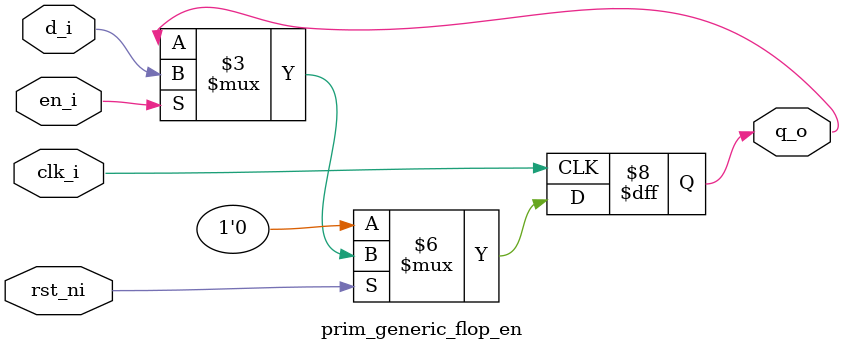
<source format=sv>


module prim_generic_flop_en #(
  parameter int               Width      = 1,
  parameter logic [Width-1:0] ResetValue = 0
) (
  input                    clk_i,
  input                    rst_ni,
  input                    en_i,
  input        [Width-1:0] d_i,
  output logic [Width-1:0] q_o
);

  always_ff @(posedge clk_i) begin
    if (!rst_ni) begin
      q_o <= ResetValue;
    end else if (en_i) begin
      q_o <= d_i;
    end
  end

endmodule

</source>
